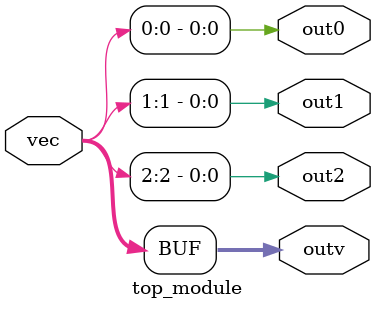
<source format=v>
module top_module ( 
    input wire [2:0] vec,
    output wire [2:0] outv,
    output wire out2,
    output wire out1,
    output wire out0  ); 
    assign outv = vec;
    assign   out0 = vec[0];
    assign   out1 = vec[1];
    assign   out2 = vec[2];
    
endmodule

</source>
